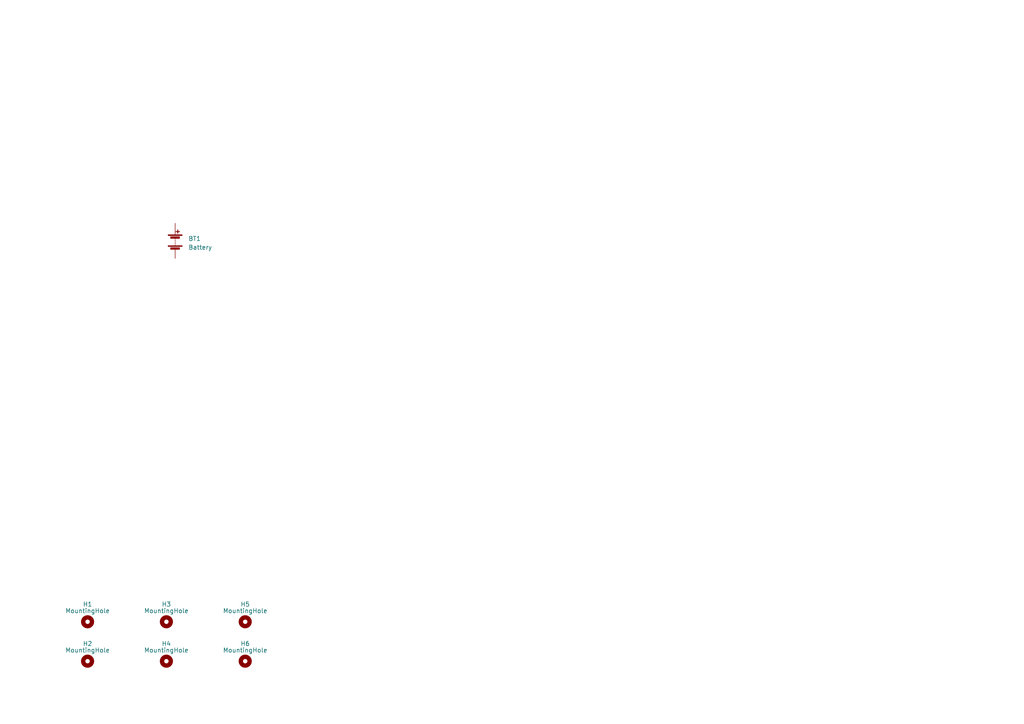
<source format=kicad_sch>
(kicad_sch (version 20210406) (generator eeschema)
  (paper "A4")
  (lib_symbols
    (symbol "Device:Battery" (pin_numbers hide) (pin_names (offset 0) hide)
      (property "Reference" "BT" (at 2.54 2.54 0))
      (property "Value" "Battery" (at 2.54 0 0))
      (symbol "Battery_0_1"
        (rectangle (start -2.032 -1.397) (end 2.032 -1.651) (fill (type outline)))
        (rectangle (start -2.032 1.778) (end 2.032 1.524) (fill (type outline)))
        (rectangle (start -1.3208 -1.9812) (end 1.27 -2.4892) (fill (type outline)))
        (rectangle (start -1.3208 1.1938) (end 1.27 0.6858) (fill (type outline)))
        (polyline (pts (xy 0 -1.524) (xy 0 -1.27)))
        (polyline (pts (xy 0 -1.016) (xy 0 -0.762)))
        (polyline (pts (xy 0 -0.508) (xy 0 -0.254)))
        (polyline (pts (xy 0 0) (xy 0 0.254)))
        (polyline (pts (xy 0 0.508) (xy 0 0.762)))
        (polyline (pts (xy 0 1.778) (xy 0 2.54)))
        (polyline (pts (xy 0.254 2.667) (xy 1.27 2.667)) (stroke (width 0.254)))
        (polyline (pts (xy 0.762 3.175) (xy 0.762 2.159)) (stroke (width 0.254)))
      )
      (symbol "Battery_1_1"
        (pin passive line (at 0 5.08 270) (length 2.54) (name "+") (number "1"))
        (pin passive line (at 0 -5.08 90) (length 2.54) (name "-") (number "2"))
      )
    )
    (symbol "Mechanical:MountingHole" (pin_names (offset 1.016))
      (property "Reference" "H" (at 0 5.08 0))
      (property "Value" "MountingHole" (at 0 3.175 0))
      (symbol "MountingHole_0_1"
        (circle (center 0 0) (radius 1.27) (stroke (width 1.27)))
      )
    )
  )
  (symbol (lib_id "Mechanical:MountingHole") (at 25.4 180.34 0) (unit 1)
    (property "Reference" "H1" (at 25.4 175.26 0))
    (property "Value" "MountingHole" (at 25.4 177.165 0))
    (property "Footprint" "MountingHole:MountingHole_2mm" (effects hide))
  )
  (symbol (lib_id "Mechanical:MountingHole") (at 25.4 191.77 0) (unit 1)
    (property "Reference" "H2" (at 25.4 186.69 0))
    (property "Value" "MountingHole" (at 25.4 188.595 0))
    (property "Footprint" "MountingHole:MountingHole_2mm" (effects hide))
  )
  (symbol (lib_id "Mechanical:MountingHole") (at 48.26 180.34 0) (unit 1)
    (property "Reference" "H3" (at 48.26 175.26 0))
    (property "Value" "MountingHole" (at 48.26 177.165 0))
    (property "Footprint" "MountingHole:MountingHole_2mm" (effects hide))
  )
  (symbol (lib_id "Mechanical:MountingHole") (at 48.26 191.77 0) (unit 1)
    (property "Reference" "H4" (at 48.26 186.69 0))
    (property "Value" "MountingHole" (at 48.26 188.595 0))
    (property "Footprint" "MountingHole:MountingHole_2mm" (effects hide))
  )
  (symbol (lib_id "Mechanical:MountingHole") (at 71.12 180.34 0) (unit 1)
    (property "Reference" "H5" (at 71.12 175.26 0))
    (property "Value" "MountingHole" (at 71.12 177.165 0))
    (property "Footprint" "MountingHole:MountingHole_5mm" (effects hide))
  )
  (symbol (lib_id "Mechanical:MountingHole") (at 71.12 191.77 0) (unit 1)
    (property "Reference" "H6" (at 71.12 186.69 0))
    (property "Value" "MountingHole" (at 71.12 188.595 0))
    (property "Footprint" "MountingHole:MountingHole_5mm" (effects hide))
  )
  (symbol (lib_id "Device:Battery") (at 50.8 69.85 0) (unit 1)
    (property "Reference" "BT1" (at 54.61 69.2149 0) (effects (justify left)))
    (property "Value" "Battery" (at 54.61 71.7549 0) (effects (justify left)))
    (property "Footprint" "Battery:BatteryHolder_TFA_30.3110_2xAAA" (effects hide))
  )
)
</source>
